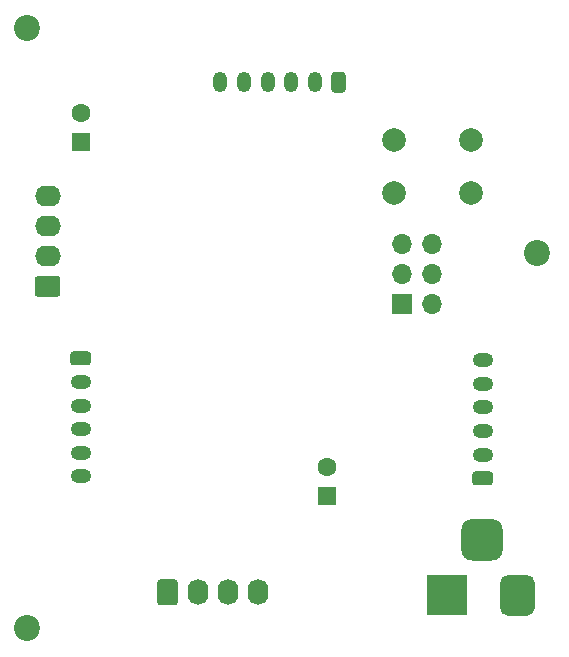
<source format=gbr>
%TF.GenerationSoftware,KiCad,Pcbnew,5.1.9+dfsg1-1*%
%TF.CreationDate,2021-11-12T22:38:19+01:00*%
%TF.ProjectId,motor_board_v2,6d6f746f-725f-4626-9f61-72645f76322e,rev?*%
%TF.SameCoordinates,Original*%
%TF.FileFunction,Soldermask,Bot*%
%TF.FilePolarity,Negative*%
%FSLAX46Y46*%
G04 Gerber Fmt 4.6, Leading zero omitted, Abs format (unit mm)*
G04 Created by KiCad (PCBNEW 5.1.9+dfsg1-1) date 2021-11-12 22:38:19*
%MOMM*%
%LPD*%
G01*
G04 APERTURE LIST*
%ADD10C,2.200000*%
%ADD11R,1.600000X1.600000*%
%ADD12C,1.600000*%
%ADD13O,2.190000X1.740000*%
%ADD14O,1.740000X2.190000*%
%ADD15R,1.700000X1.700000*%
%ADD16O,1.700000X1.700000*%
%ADD17O,1.750000X1.200000*%
%ADD18O,1.200000X1.750000*%
%ADD19R,3.500000X3.500000*%
%ADD20C,2.000000*%
G04 APERTURE END LIST*
D10*
%TO.C,REF\u002A\u002A*%
X228600000Y-54610000D03*
%TD*%
%TO.C,REF\u002A\u002A*%
X185420000Y-86360000D03*
%TD*%
%TO.C,REF\u002A\u002A*%
X185420000Y-35560000D03*
%TD*%
D11*
%TO.C,C1*%
X189992000Y-45212000D03*
D12*
X189992000Y-42712000D03*
%TD*%
%TO.C,C5*%
X210820000Y-72684000D03*
D11*
X210820000Y-75184000D03*
%TD*%
%TO.C,I2C*%
G36*
G01*
X188043001Y-58274000D02*
X186352999Y-58274000D01*
G75*
G02*
X186103000Y-58024001I0J249999D01*
G01*
X186103000Y-56783999D01*
G75*
G02*
X186352999Y-56534000I249999J0D01*
G01*
X188043001Y-56534000D01*
G75*
G02*
X188293000Y-56783999I0J-249999D01*
G01*
X188293000Y-58024001D01*
G75*
G02*
X188043001Y-58274000I-249999J0D01*
G01*
G37*
D13*
X187198000Y-54864000D03*
X187198000Y-52324000D03*
X187198000Y-49784000D03*
%TD*%
D14*
%TO.C,UART*%
X204978000Y-83312000D03*
X202438000Y-83312000D03*
X199898000Y-83312000D03*
G36*
G01*
X196488000Y-84157001D02*
X196488000Y-82466999D01*
G75*
G02*
X196737999Y-82217000I249999J0D01*
G01*
X197978001Y-82217000D01*
G75*
G02*
X198228000Y-82466999I0J-249999D01*
G01*
X198228000Y-84157001D01*
G75*
G02*
X197978001Y-84407000I-249999J0D01*
G01*
X196737999Y-84407000D01*
G75*
G02*
X196488000Y-84157001I0J249999D01*
G01*
G37*
%TD*%
D15*
%TO.C,ISP*%
X217170000Y-58928000D03*
D16*
X219710000Y-58928000D03*
X217170000Y-56388000D03*
X219710000Y-56388000D03*
X217170000Y-53848000D03*
X219710000Y-53848000D03*
%TD*%
%TO.C,Motor 1*%
G36*
G01*
X189366999Y-62900000D02*
X190617001Y-62900000D01*
G75*
G02*
X190867000Y-63149999I0J-249999D01*
G01*
X190867000Y-63850001D01*
G75*
G02*
X190617001Y-64100000I-249999J0D01*
G01*
X189366999Y-64100000D01*
G75*
G02*
X189117000Y-63850001I0J249999D01*
G01*
X189117000Y-63149999D01*
G75*
G02*
X189366999Y-62900000I249999J0D01*
G01*
G37*
D17*
X189992000Y-65500000D03*
X189992000Y-67500000D03*
X189992000Y-69500000D03*
X189992000Y-71500000D03*
X189992000Y-73500000D03*
%TD*%
D18*
%TO.C,Motor 2*%
X201836000Y-40132000D03*
X203836000Y-40132000D03*
X205836000Y-40132000D03*
X207836000Y-40132000D03*
X209836000Y-40132000D03*
G36*
G01*
X212436000Y-39506999D02*
X212436000Y-40757001D01*
G75*
G02*
X212186001Y-41007000I-249999J0D01*
G01*
X211485999Y-41007000D01*
G75*
G02*
X211236000Y-40757001I0J249999D01*
G01*
X211236000Y-39506999D01*
G75*
G02*
X211485999Y-39257000I249999J0D01*
G01*
X212186001Y-39257000D01*
G75*
G02*
X212436000Y-39506999I0J-249999D01*
G01*
G37*
%TD*%
%TO.C,Motor 3*%
G36*
G01*
X224653001Y-74260000D02*
X223402999Y-74260000D01*
G75*
G02*
X223153000Y-74010001I0J249999D01*
G01*
X223153000Y-73309999D01*
G75*
G02*
X223402999Y-73060000I249999J0D01*
G01*
X224653001Y-73060000D01*
G75*
G02*
X224903000Y-73309999I0J-249999D01*
G01*
X224903000Y-74010001D01*
G75*
G02*
X224653001Y-74260000I-249999J0D01*
G01*
G37*
D17*
X224028000Y-71660000D03*
X224028000Y-69660000D03*
X224028000Y-67660000D03*
X224028000Y-65660000D03*
X224028000Y-63660000D03*
%TD*%
D19*
%TO.C,12V*%
X220980000Y-83566000D03*
G36*
G01*
X228480000Y-82566000D02*
X228480000Y-84566000D01*
G75*
G02*
X227730000Y-85316000I-750000J0D01*
G01*
X226230000Y-85316000D01*
G75*
G02*
X225480000Y-84566000I0J750000D01*
G01*
X225480000Y-82566000D01*
G75*
G02*
X226230000Y-81816000I750000J0D01*
G01*
X227730000Y-81816000D01*
G75*
G02*
X228480000Y-82566000I0J-750000D01*
G01*
G37*
G36*
G01*
X225730000Y-77991000D02*
X225730000Y-79741000D01*
G75*
G02*
X224855000Y-80616000I-875000J0D01*
G01*
X223105000Y-80616000D01*
G75*
G02*
X222230000Y-79741000I0J875000D01*
G01*
X222230000Y-77991000D01*
G75*
G02*
X223105000Y-77116000I875000J0D01*
G01*
X224855000Y-77116000D01*
G75*
G02*
X225730000Y-77991000I0J-875000D01*
G01*
G37*
%TD*%
D20*
%TO.C,RESET*%
X223012000Y-45030000D03*
X223012000Y-49530000D03*
X216512000Y-45030000D03*
X216512000Y-49530000D03*
%TD*%
M02*

</source>
